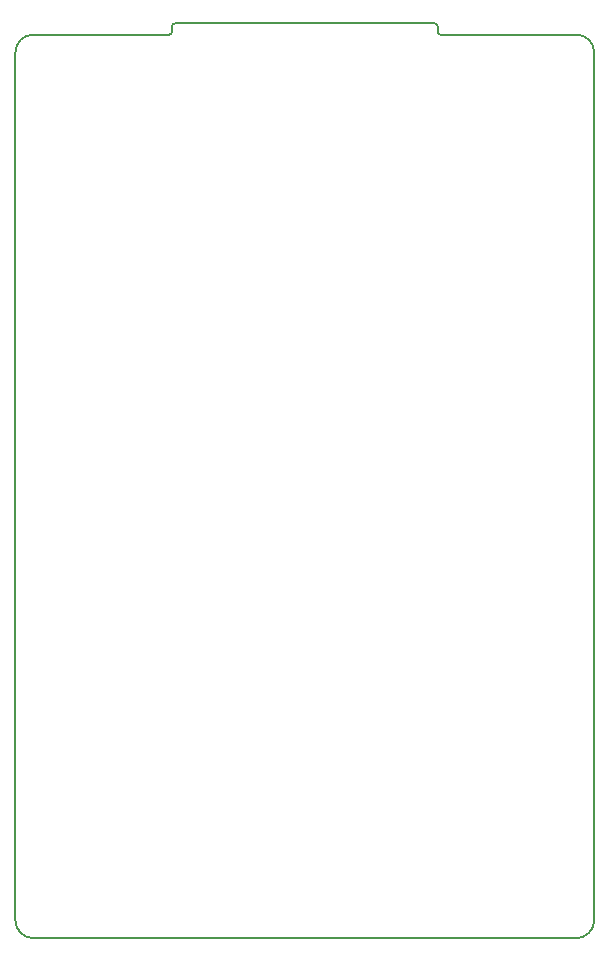
<source format=gbr>
%TF.GenerationSoftware,KiCad,Pcbnew,(5.99.0-10712-g3100cd3599)*%
%TF.CreationDate,2021-06-04T21:59:03-04:00*%
%TF.ProjectId,VX8Battery,56583842-6174-4746-9572-792e6b696361,rev?*%
%TF.SameCoordinates,Original*%
%TF.FileFunction,Profile,NP*%
%FSLAX46Y46*%
G04 Gerber Fmt 4.6, Leading zero omitted, Abs format (unit mm)*
G04 Created by KiCad (PCBNEW (5.99.0-10712-g3100cd3599)) date 2021-06-04 21:59:03*
%MOMM*%
%LPD*%
G01*
G04 APERTURE LIST*
%TA.AperFunction,Profile*%
%ADD10C,0.160000*%
%TD*%
G04 APERTURE END LIST*
D10*
X52000000Y-141500000D02*
X98000000Y-141500000D01*
X99500000Y-140000000D02*
X99500000Y-66500000D01*
X50500000Y-66500000D02*
X50500000Y-140000000D01*
X52000000Y-65000000D02*
X63500000Y-65000000D01*
X98000000Y-65000000D02*
X86500000Y-65000000D01*
X63759000Y-64741000D02*
X63759000Y-64312000D01*
X64018000Y-64053000D02*
X85982000Y-64053000D01*
X86241000Y-64312000D02*
X86241000Y-64741000D01*
X52000000Y-141500000D02*
G75*
G02*
X50500000Y-140000000I0J1500000D01*
G01*
X99500000Y-140000000D02*
G75*
G02*
X98000000Y-141500000I-1500000J0D01*
G01*
X50500000Y-66500000D02*
G75*
G02*
X52000000Y-65000000I1500000J0D01*
G01*
X63759000Y-64741000D02*
G75*
G02*
X63500000Y-65000000I-259000J0D01*
G01*
X63759000Y-64312000D02*
G75*
G02*
X64018000Y-64053000I259000J0D01*
G01*
X85982000Y-64053000D02*
G75*
G02*
X86241000Y-64312000I0J-259000D01*
G01*
X86500000Y-65000000D02*
G75*
G02*
X86241000Y-64741000I0J259000D01*
G01*
X98000000Y-65000000D02*
G75*
G02*
X99500000Y-66500000I0J-1500000D01*
G01*
M02*

</source>
